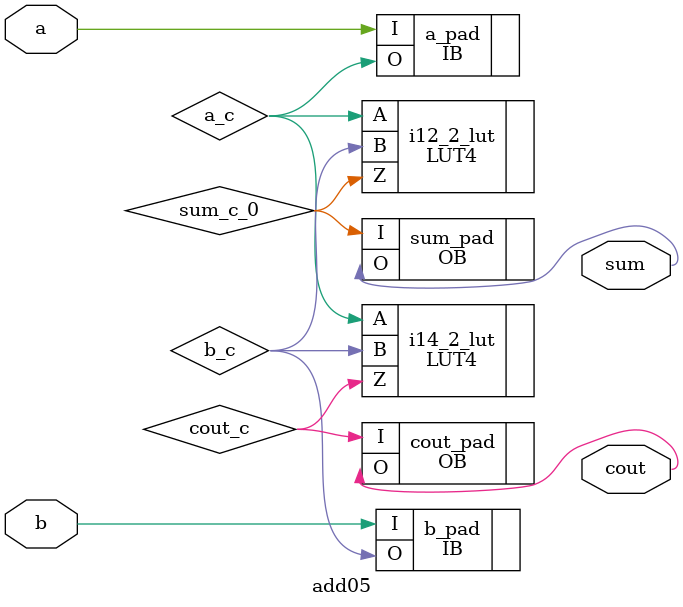
<source format=v>

module add05 (a, b, sum, cout) /* synthesis syn_module_defined=1 */ ;   // e:/fpgaproject/stepmxo2/swust/halfadder/halfadder.v(13[8:13])
    input a;   // e:/fpgaproject/stepmxo2/swust/halfadder/halfadder.v(15[7:8])
    input b;   // e:/fpgaproject/stepmxo2/swust/halfadder/halfadder.v(16[7:8])
    output sum;   // e:/fpgaproject/stepmxo2/swust/halfadder/halfadder.v(17[8:11])
    output cout;   // e:/fpgaproject/stepmxo2/swust/halfadder/halfadder.v(18[8:12])
    
    
    wire a_c, b_c, sum_c_0, cout_c, GND_net, VCC_net;
    
    OB sum_pad (.I(sum_c_0), .O(sum));   // e:/fpgaproject/stepmxo2/swust/halfadder/halfadder.v(17[8:11])
    VLO i34 (.Z(GND_net));
    PUR PUR_INST (.PUR(VCC_net));
    defparam PUR_INST.RST_PULSE = 1;
    TSALL TSALL_INST (.TSALL(GND_net));
    GSR GSR_INST (.GSR(VCC_net));
    IB b_pad (.I(b), .O(b_c));   // e:/fpgaproject/stepmxo2/swust/halfadder/halfadder.v(16[7:8])
    IB a_pad (.I(a), .O(a_c));   // e:/fpgaproject/stepmxo2/swust/halfadder/halfadder.v(15[7:8])
    OB cout_pad (.I(cout_c), .O(cout));   // e:/fpgaproject/stepmxo2/swust/halfadder/halfadder.v(18[8:12])
    LUT4 i12_2_lut (.A(a_c), .B(b_c), .Z(sum_c_0)) /* synthesis lut_function=(!(A (B)+!A !(B))) */ ;
    defparam i12_2_lut.init = 16'h6666;
    LUT4 i14_2_lut (.A(a_c), .B(b_c), .Z(cout_c)) /* synthesis lut_function=(A (B)) */ ;
    defparam i14_2_lut.init = 16'h8888;
    VHI i35 (.Z(VCC_net));
    
endmodule
//
// Verilog Description of module PUR
// module not written out since it is a black-box. 
//

//
// Verilog Description of module TSALL
// module not written out since it is a black-box. 
//


</source>
